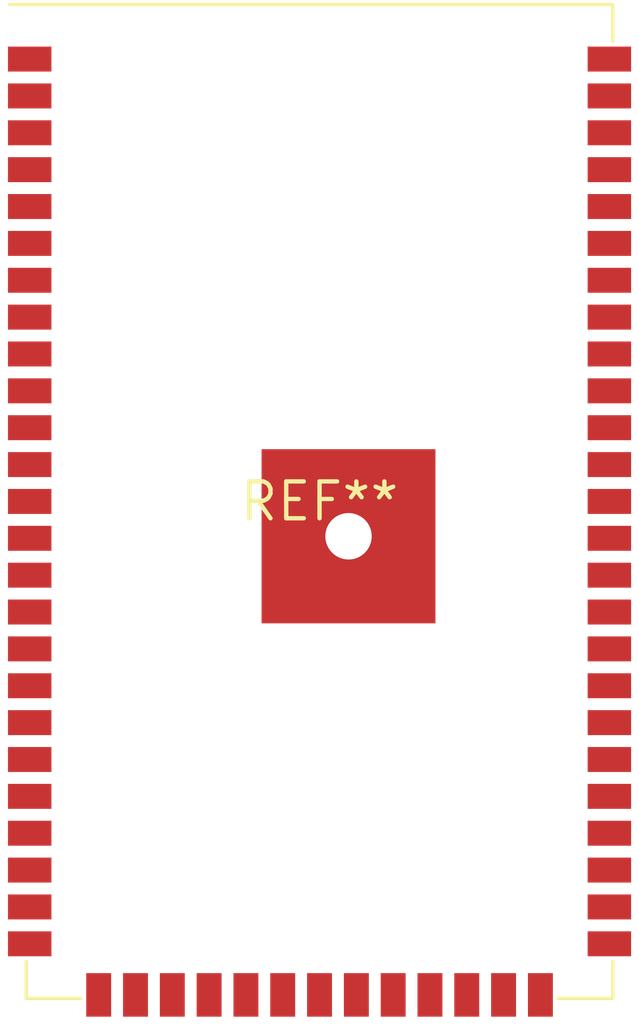
<source format=kicad_pcb>
(kicad_pcb (version 20240108) (generator pcbnew)
  (layers (0 "F.Cu" signal) (31 "B.Cu" signal) (34 "B.Paste" user) (35 "F.Paste" user) (36 "B.SilkS" user "B.Silkscreen") (37 "F.SilkS" user "F.Silkscreen") (38 "B.Mask" user) (39 "F.Mask" user) (44 "Edge.Cuts" user))
  (net 0 "")
  (footprint "Onion_Omega2S" (layer "F.Cu") (at 0 0)
    (property "Reference" "REF**")
    (property "Value" "Onion_Omega2S")
    (fp_line (start -10.12 15.85) (end -10.12 17.12) (layer "F.SilkS") (stroke (width 0.12)))
    (fp_line (start -10.12 17.12) (end -8.23 17.12) (layer "F.SilkS") (stroke (width 0.12)))
    (fp_line (start 8.23 17.12) (end 10.12 17.12) (layer "F.SilkS") (stroke (width 0.12)))
    (fp_line (start 10.12 -17.12) (end -10.69 -17.12) (layer "F.SilkS") (stroke (width 0.12)))
    (fp_line (start 10.12 -17.12) (end 10.12 -15.85) (layer "F.SilkS") (stroke (width 0.12)))
    (fp_line (start 10.12 15.85) (end 10.12 17.12) (layer "F.SilkS") (stroke (width 0.12)))
    (pad "" np_thru_hole circle (at 1 1.2) (size 1.6 1.6) (drill 1.6) (layers *.Cu *.Mask))
    (pad "1" smd rect (at -10 -15.24) (size 1.5 0.86) (layers "F.Cu" "F.Paste" "F.Mask"))
    (pad "2" smd rect (at -10 -13.97) (size 1.5 0.86) (layers "F.Cu" "F.Paste" "F.Mask"))
    (pad "3" smd rect (at -10 -12.7) (size 1.5 0.86) (layers "F.Cu" "F.Paste" "F.Mask"))
    (pad "4" smd rect (at -10 -11.43) (size 1.5 0.86) (layers "F.Cu" "F.Paste" "F.Mask"))
    (pad "5" smd rect (at -10 -10.16) (size 1.5 0.86) (layers "F.Cu" "F.Paste" "F.Mask"))
    (pad "6" smd rect (at -10 -8.89) (size 1.5 0.86) (layers "F.Cu" "F.Paste" "F.Mask"))
    (pad "7" smd rect (at -10 -7.62) (size 1.5 0.86) (layers "F.Cu" "F.Paste" "F.Mask"))
    (pad "8" smd rect (at -10 -6.35) (size 1.5 0.86) (layers "F.Cu" "F.Paste" "F.Mask"))
    (pad "9" smd rect (at -10 -5.08) (size 1.5 0.86) (layers "F.Cu" "F.Paste" "F.Mask"))
    (pad "10" smd rect (at -10 -3.81) (size 1.5 0.86) (layers "F.Cu" "F.Paste" "F.Mask"))
    (pad "11" smd rect (at -10 -2.54) (size 1.5 0.86) (layers "F.Cu" "F.Paste" "F.Mask"))
    (pad "12" smd rect (at -10 -1.27) (size 1.5 0.86) (layers "F.Cu" "F.Paste" "F.Mask"))
    (pad "13" smd rect (at -10 0) (size 1.5 0.86) (layers "F.Cu" "F.Paste" "F.Mask"))
    (pad "14" smd rect (at -10 1.27) (size 1.5 0.86) (layers "F.Cu" "F.Paste" "F.Mask"))
    (pad "15" smd rect (at -10 2.54) (size 1.5 0.86) (layers "F.Cu" "F.Paste" "F.Mask"))
    (pad "16" smd rect (at -10 3.81) (size 1.5 0.86) (layers "F.Cu" "F.Paste" "F.Mask"))
    (pad "17" smd rect (at -10 5.08) (size 1.5 0.86) (layers "F.Cu" "F.Paste" "F.Mask"))
    (pad "18" smd rect (at -10 6.35) (size 1.5 0.86) (layers "F.Cu" "F.Paste" "F.Mask"))
    (pad "19" smd rect (at -10 7.62) (size 1.5 0.86) (layers "F.Cu" "F.Paste" "F.Mask"))
    (pad "20" smd rect (at -10 8.89) (size 1.5 0.86) (layers "F.Cu" "F.Paste" "F.Mask"))
    (pad "21" smd rect (at -10 10.16) (size 1.5 0.86) (layers "F.Cu" "F.Paste" "F.Mask"))
    (pad "22" smd rect (at -10 11.43) (size 1.5 0.86) (layers "F.Cu" "F.Paste" "F.Mask"))
    (pad "23" smd rect (at -10 12.7) (size 1.5 0.86) (layers "F.Cu" "F.Paste" "F.Mask"))
    (pad "24" smd rect (at -10 13.97) (size 1.5 0.86) (layers "F.Cu" "F.Paste" "F.Mask"))
    (pad "25" smd rect (at -10 15.24) (size 1.5 0.86) (layers "F.Cu" "F.Paste" "F.Mask"))
    (pad "26" smd rect (at -7.62 17) (size 0.86 1.5) (layers "F.Cu" "F.Paste" "F.Mask"))
    (pad "27" smd rect (at -6.35 17) (size 0.86 1.5) (layers "F.Cu" "F.Paste" "F.Mask"))
    (pad "28" smd rect (at -5.08 17) (size 0.86 1.5) (layers "F.Cu" "F.Paste" "F.Mask"))
    (pad "29" smd rect (at -3.81 17) (size 0.86 1.5) (layers "F.Cu" "F.Paste" "F.Mask"))
    (pad "30" smd rect (at -2.54 17) (size 0.86 1.5) (layers "F.Cu" "F.Paste" "F.Mask"))
    (pad "31" smd rect (at -1.27 17) (size 0.86 1.5) (layers "F.Cu" "F.Paste" "F.Mask"))
    (pad "32" smd rect (at 0 17) (size 0.86 1.5) (layers "F.Cu" "F.Paste" "F.Mask"))
    (pad "33" smd rect (at 1.27 17) (size 0.86 1.5) (layers "F.Cu" "F.Paste" "F.Mask"))
    (pad "34" smd rect (at 2.54 17) (size 0.86 1.5) (layers "F.Cu" "F.Paste" "F.Mask"))
    (pad "35" smd rect (at 3.81 17) (size 0.86 1.5) (layers "F.Cu" "F.Paste" "F.Mask"))
    (pad "36" smd rect (at 5.08 17) (size 0.86 1.5) (layers "F.Cu" "F.Paste" "F.Mask"))
    (pad "37" smd rect (at 6.35 17) (size 0.86 1.5) (layers "F.Cu" "F.Paste" "F.Mask"))
    (pad "38" smd rect (at 7.62 17) (size 0.86 1.5) (layers "F.Cu" "F.Paste" "F.Mask"))
    (pad "39" smd rect (at 10 15.24) (size 1.5 0.86) (layers "F.Cu" "F.Paste" "F.Mask"))
    (pad "40" smd rect (at 10 13.97) (size 1.5 0.86) (layers "F.Cu" "F.Paste" "F.Mask"))
    (pad "41" smd rect (at 10 12.7) (size 1.5 0.86) (layers "F.Cu" "F.Paste" "F.Mask"))
    (pad "42" smd rect (at 10 11.43) (size 1.5 0.86) (layers "F.Cu" "F.Paste" "F.Mask"))
    (pad "43" smd rect (at 10 10.16) (size 1.5 0.86) (layers "F.Cu" "F.Paste" "F.Mask"))
    (pad "44" smd rect (at 10 8.89) (size 1.5 0.86) (layers "F.Cu" "F.Paste" "F.Mask"))
    (pad "45" smd rect (at 10 7.62) (size 1.5 0.86) (layers "F.Cu" "F.Paste" "F.Mask"))
    (pad "46" smd rect (at 10 6.35) (size 1.5 0.86) (layers "F.Cu" "F.Paste" "F.Mask"))
    (pad "47" smd rect (at 10 5.08) (size 1.5 0.86) (layers "F.Cu" "F.Paste" "F.Mask"))
    (pad "48" smd rect (at 10 3.81) (size 1.5 0.86) (layers "F.Cu" "F.Paste" "F.Mask"))
    (pad "49" smd rect (at 10 2.54) (size 1.5 0.86) (layers "F.Cu" "F.Paste" "F.Mask"))
    (pad "50" smd rect (at 10 1.27) (size 1.5 0.86) (layers "F.Cu" "F.Paste" "F.Mask"))
    (pad "51" smd rect (at 10 0) (size 1.5 0.86) (layers "F.Cu" "F.Paste" "F.Mask"))
    (pad "52" smd rect (at 10 -1.27) (size 1.5 0.86) (layers "F.Cu" "F.Paste" "F.Mask"))
    (pad "53" smd rect (at 10 -2.54) (size 1.5 0.86) (layers "F.Cu" "F.Paste" "F.Mask"))
    (pad "54" smd rect (at 10 -3.81) (size 1.5 0.86) (layers "F.Cu" "F.Paste" "F.Mask"))
    (pad "55" smd rect (at 10 -5.08) (size 1.5 0.86) (layers "F.Cu" "F.Paste" "F.Mask"))
    (pad "56" smd rect (at 10 -6.35) (size 1.5 0.86) (layers "F.Cu" "F.Paste" "F.Mask"))
    (pad "57" smd rect (at 10 -7.62) (size 1.5 0.86) (layers "F.Cu" "F.Paste" "F.Mask"))
    (pad "58" smd rect (at 10 -8.89) (size 1.5 0.86) (layers "F.Cu" "F.Paste" "F.Mask"))
    (pad "59" smd rect (at 10 -10.16) (size 1.5 0.86) (layers "F.Cu" "F.Paste" "F.Mask"))
    (pad "60" smd rect (at 10 -11.43) (size 1.5 0.86) (layers "F.Cu" "F.Paste" "F.Mask"))
    (pad "61" smd rect (at 10 -12.7) (size 1.5 0.86) (layers "F.Cu" "F.Paste" "F.Mask"))
    (pad "62" smd rect (at 10 -13.97) (size 1.5 0.86) (layers "F.Cu" "F.Paste" "F.Mask"))
    (pad "63" smd rect (at 10 -15.24) (size 1.5 0.86) (layers "F.Cu" "F.Paste" "F.Mask"))
    (pad "64" smd rect (at 1 1.2) (size 6 6) (layers "F.Cu" "F.Mask"))
  )
)
</source>
